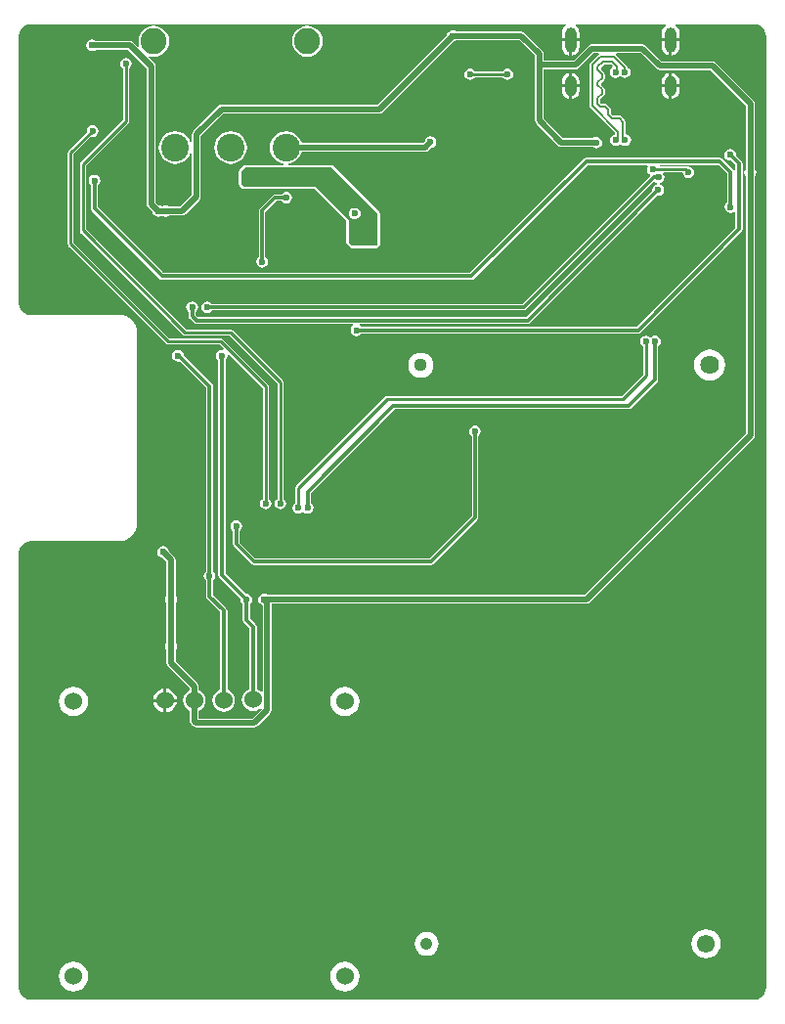
<source format=gbl>
G04*
G04 #@! TF.GenerationSoftware,Altium Limited,Altium Designer,22.0.2 (36)*
G04*
G04 Layer_Physical_Order=2*
G04 Layer_Color=16711680*
%FSLAX25Y25*%
%MOIN*%
G70*
G04*
G04 #@! TF.SameCoordinates,193994FF-6EAD-4761-9CDB-36F61985EFD9*
G04*
G04*
G04 #@! TF.FilePolarity,Positive*
G04*
G01*
G75*
%ADD10C,0.01000*%
%ADD11C,0.00984*%
%ADD12C,0.00787*%
%ADD54C,0.01378*%
%ADD83C,0.01181*%
%ADD84C,0.01968*%
%ADD86C,0.06402*%
%ADD87C,0.04402*%
%ADD88C,0.06000*%
%ADD89C,0.09449*%
%ADD90C,0.08858*%
%ADD91C,0.04134*%
%ADD92C,0.06102*%
%ADD93O,0.03937X0.08661*%
%ADD94O,0.03937X0.07087*%
%ADD95C,0.02362*%
%ADD96C,0.02756*%
G36*
X252360Y345852D02*
X253346Y345443D01*
X254194Y344793D01*
X254844Y343946D01*
X255253Y342959D01*
X255391Y341908D01*
X255390Y341900D01*
X255390Y17605D01*
X255391Y17597D01*
X255253Y16546D01*
X254844Y15559D01*
X254194Y14712D01*
X253346Y14062D01*
X252360Y13653D01*
X251308Y13514D01*
X251301Y13516D01*
X4605D01*
X4597Y13514D01*
X3546Y13653D01*
X2559Y14062D01*
X1712Y14712D01*
X1061Y15559D01*
X653Y16546D01*
X514Y17597D01*
X516Y17605D01*
X516Y165170D01*
X516Y165669D01*
X576Y166144D01*
X653Y166728D01*
X1061Y167715D01*
X1712Y168562D01*
X2559Y169212D01*
X3546Y169621D01*
X4597Y169760D01*
X4605Y169758D01*
X34961D01*
Y169747D01*
X36116Y169861D01*
X37227Y170198D01*
X38251Y170745D01*
X39148Y171482D01*
X39885Y172379D01*
X40432Y173403D01*
X40769Y174514D01*
X40883Y175669D01*
X40872D01*
Y240965D01*
X40883D01*
X40769Y242120D01*
X40432Y243231D01*
X39885Y244255D01*
X39148Y245152D01*
X38251Y245889D01*
X37227Y246436D01*
X36116Y246773D01*
X34961Y246887D01*
Y246876D01*
X4605D01*
X4597Y246874D01*
X3546Y247013D01*
X2559Y247421D01*
X1712Y248072D01*
X1061Y248919D01*
X653Y249906D01*
X514Y250957D01*
X516Y250965D01*
Y341400D01*
X516Y341900D01*
X576Y342375D01*
X653Y342959D01*
X1061Y343946D01*
X1712Y344793D01*
X2559Y345443D01*
X3546Y345852D01*
X4597Y345990D01*
X4605Y345989D01*
X186974D01*
X187124Y345489D01*
X186628Y345108D01*
X186152Y344488D01*
X185853Y343766D01*
X185751Y342991D01*
Y341129D01*
X188745D01*
X191739D01*
Y342991D01*
X191637Y343766D01*
X191338Y344488D01*
X190862Y345108D01*
X190366Y345489D01*
X190516Y345989D01*
X220990D01*
X221140Y345489D01*
X220644Y345108D01*
X220168Y344488D01*
X219869Y343766D01*
X219767Y342991D01*
Y341129D01*
X222761D01*
X225755D01*
Y342991D01*
X225653Y343766D01*
X225354Y344488D01*
X224878Y345108D01*
X224382Y345489D01*
X224532Y345989D01*
X251301D01*
X251308Y345990D01*
X252360Y345852D01*
D02*
G37*
%LPC*%
G36*
X46578Y345375D02*
X45216Y345196D01*
X43947Y344670D01*
X42857Y343834D01*
X42021Y342745D01*
X41495Y341476D01*
X41316Y340114D01*
X41495Y338752D01*
X41555Y338608D01*
X41131Y338325D01*
X39608Y339848D01*
X39117Y340177D01*
X38537Y340292D01*
X38537Y340292D01*
X26910D01*
X26400Y340633D01*
X25632Y340785D01*
X24864Y340633D01*
X24213Y340198D01*
X23778Y339546D01*
X23625Y338778D01*
X23778Y338010D01*
X24213Y337359D01*
X24864Y336924D01*
X25632Y336771D01*
X26400Y336924D01*
X26910Y337265D01*
X37911D01*
X44156Y331020D01*
Y284659D01*
X44156Y284659D01*
X44271Y284080D01*
X44599Y283589D01*
X46123Y282066D01*
X46242Y281464D01*
X46677Y280813D01*
X47328Y280378D01*
X48096Y280225D01*
X48865Y280378D01*
X49375Y280718D01*
X49387D01*
X49839Y280416D01*
X50607Y280263D01*
X51375Y280416D01*
X51827Y280718D01*
X56262D01*
X56262Y280718D01*
X56842Y280834D01*
X57333Y281162D01*
X62167Y285996D01*
X62167Y285996D01*
X62495Y286487D01*
X62610Y287066D01*
Y307812D01*
X70312Y315514D01*
X123539D01*
X123539Y315514D01*
X124118Y315629D01*
X124609Y315957D01*
X148621Y339969D01*
X149223Y340089D01*
X149733Y340430D01*
X171308D01*
X176538Y335200D01*
Y332050D01*
Y313091D01*
X176538Y313091D01*
X176653Y312511D01*
X176981Y312020D01*
X184481Y304520D01*
X184481Y304520D01*
X184972Y304192D01*
X185551Y304077D01*
X185551Y304077D01*
X196194D01*
X196705Y303736D01*
X197473Y303583D01*
X198241Y303736D01*
X198892Y304171D01*
X199327Y304822D01*
X199480Y305590D01*
X199327Y306359D01*
X198892Y307010D01*
X198241Y307445D01*
X197473Y307597D01*
X196705Y307445D01*
X196194Y307104D01*
X186178D01*
X179564Y313717D01*
Y330537D01*
X190318D01*
X190318Y330537D01*
X190897Y330652D01*
X191388Y330980D01*
X196493Y336085D01*
X198165D01*
X198317Y335585D01*
X198256Y335544D01*
X195468Y332757D01*
X195271Y332461D01*
X195201Y332113D01*
Y318060D01*
X195271Y317711D01*
X195468Y317415D01*
X203920Y308963D01*
Y308461D01*
X203382Y308354D01*
X202731Y307919D01*
X202296Y307268D01*
X202143Y306500D01*
X202296Y305732D01*
X202731Y305081D01*
X203382Y304646D01*
X204150Y304493D01*
X204919Y304646D01*
X205369Y304947D01*
X205725Y305040D01*
X206081Y304947D01*
X206532Y304646D01*
X207300Y304493D01*
X208068Y304646D01*
X208719Y305081D01*
X209154Y305732D01*
X209307Y306500D01*
X209154Y307268D01*
X208719Y307919D01*
X208068Y308354D01*
X207530Y308461D01*
Y312681D01*
X207461Y313030D01*
X207263Y313325D01*
X206044Y314544D01*
X205749Y314742D01*
X205400Y314811D01*
X203177D01*
X202511Y315477D01*
Y317000D01*
X202442Y317349D01*
X202244Y317644D01*
X201219Y318669D01*
X200924Y318867D01*
X200575Y318936D01*
X199052D01*
X198811Y319177D01*
Y320387D01*
X200098Y321673D01*
X200295Y321969D01*
X200364Y322317D01*
Y323700D01*
X200295Y324048D01*
X200098Y324344D01*
X199100Y325342D01*
Y326011D01*
X200098Y327009D01*
X200295Y327305D01*
X200364Y327653D01*
Y328947D01*
X200295Y329295D01*
X200098Y329591D01*
X199082Y330607D01*
Y331265D01*
X200018Y332201D01*
X202518D01*
X202993Y331726D01*
X202944Y331228D01*
X202631Y331019D01*
X202196Y330368D01*
X202043Y329600D01*
X202196Y328832D01*
X202631Y328181D01*
X203282Y327746D01*
X204050Y327593D01*
X204819Y327746D01*
X205269Y328047D01*
X205625Y328140D01*
X205981Y328047D01*
X206432Y327746D01*
X207200Y327593D01*
X207968Y327746D01*
X208619Y328181D01*
X209054Y328832D01*
X209207Y329600D01*
X209054Y330368D01*
X208619Y331019D01*
X208106Y331362D01*
X208042Y331684D01*
X207844Y331980D01*
X204280Y335544D01*
X204219Y335585D01*
X204370Y336085D01*
X212661D01*
X218024Y330721D01*
X218024Y330721D01*
X218515Y330393D01*
X219094Y330278D01*
X219094Y330278D01*
X236479D01*
X248464Y318294D01*
Y296682D01*
X248123Y296172D01*
X247970Y295404D01*
X248123Y294636D01*
X248464Y294125D01*
Y206411D01*
X193495Y151442D01*
X85438D01*
X84928Y151783D01*
X84159Y151936D01*
X83391Y151783D01*
X82740Y151348D01*
X82305Y150697D01*
X82152Y149929D01*
X82305Y149161D01*
X82740Y148510D01*
X83391Y148074D01*
X83698Y148013D01*
Y118460D01*
X83225Y118299D01*
X83141Y118408D01*
X82350Y119015D01*
X81652Y119304D01*
Y140650D01*
X81652Y140650D01*
X81560Y141114D01*
X81297Y141507D01*
X81297Y141507D01*
X79368Y143436D01*
Y148371D01*
X79575Y148510D01*
X80010Y149161D01*
X80163Y149929D01*
X80010Y150697D01*
X79575Y151348D01*
X78924Y151783D01*
X78156Y151936D01*
X77911Y151887D01*
X70996Y158803D01*
Y231415D01*
X71203Y231553D01*
X71638Y232204D01*
X71790Y232972D01*
X71728Y233285D01*
X72189Y233531D01*
X83762Y221958D01*
Y184294D01*
X83363Y184027D01*
X82928Y183376D01*
X82775Y182608D01*
X82928Y181840D01*
X83363Y181189D01*
X84014Y180754D01*
X84782Y180601D01*
X85550Y180754D01*
X86201Y181189D01*
X86636Y181840D01*
X86789Y182608D01*
X86636Y183376D01*
X86201Y184027D01*
X85802Y184294D01*
Y222380D01*
X85724Y222771D01*
X85503Y223101D01*
X70062Y238543D01*
X69731Y238764D01*
X69341Y238841D01*
X51901D01*
X19281Y271461D01*
Y301706D01*
X25190Y307615D01*
X25661Y307522D01*
X26429Y307675D01*
X27080Y308110D01*
X27515Y308761D01*
X27668Y309529D01*
X27515Y310297D01*
X27080Y310948D01*
X26429Y311383D01*
X25661Y311536D01*
X24893Y311383D01*
X24242Y310948D01*
X23807Y310297D01*
X23654Y309529D01*
X23748Y309057D01*
X17540Y302850D01*
X17319Y302519D01*
X17242Y302129D01*
Y271039D01*
X17319Y270649D01*
X17540Y270318D01*
X50757Y237101D01*
X51088Y236880D01*
X51478Y236802D01*
X68918D01*
X70342Y235378D01*
X70096Y234917D01*
X69784Y234980D01*
X69015Y234827D01*
X68364Y234392D01*
X67929Y233740D01*
X67776Y232972D01*
X67929Y232204D01*
X68364Y231553D01*
X68571Y231415D01*
Y158301D01*
X68664Y157837D01*
X68926Y157444D01*
X76197Y150173D01*
X76148Y149929D01*
X76301Y149161D01*
X76736Y148510D01*
X76943Y148371D01*
Y142934D01*
X77036Y142470D01*
X77298Y142077D01*
X79228Y140148D01*
Y119304D01*
X78530Y119015D01*
X77739Y118408D01*
X77132Y117617D01*
X76750Y116696D01*
X76620Y115707D01*
X76750Y114718D01*
X77132Y113797D01*
X77739Y113006D01*
X78530Y112399D01*
X79451Y112017D01*
X80440Y111887D01*
X81429Y112017D01*
X82350Y112399D01*
X82903Y112823D01*
X83458Y112630D01*
X83487Y112498D01*
X80279Y109289D01*
X61954D01*
Y112022D01*
X62350Y112186D01*
X63141Y112793D01*
X63749Y113584D01*
X64130Y114506D01*
X64260Y115495D01*
X64130Y116483D01*
X63749Y117404D01*
X63141Y118196D01*
X62350Y118803D01*
X61954Y118967D01*
Y120268D01*
X61954Y120268D01*
X61838Y120848D01*
X61510Y121339D01*
X61510Y121339D01*
X53974Y128875D01*
Y132679D01*
X54315Y133190D01*
X54468Y133958D01*
X54315Y134726D01*
X53974Y135236D01*
Y148624D01*
X54315Y149135D01*
X54468Y149903D01*
X54315Y150671D01*
X53974Y151181D01*
Y163414D01*
X53859Y163993D01*
X53531Y164484D01*
X53531Y164484D01*
X51756Y166260D01*
X51636Y166861D01*
X51201Y167513D01*
X50550Y167948D01*
X49782Y168100D01*
X49014Y167948D01*
X48363Y167513D01*
X47928Y166861D01*
X47775Y166093D01*
X47928Y165325D01*
X48363Y164674D01*
X49014Y164239D01*
X49616Y164119D01*
X50948Y162787D01*
Y151181D01*
X50607Y150671D01*
X50454Y149903D01*
X50607Y149135D01*
X50948Y148624D01*
Y135236D01*
X50607Y134726D01*
X50454Y133958D01*
X50607Y133190D01*
X50948Y132679D01*
Y128248D01*
X50948Y128248D01*
X51063Y127668D01*
X51391Y127178D01*
X58927Y119642D01*
Y118967D01*
X58530Y118803D01*
X57739Y118196D01*
X57132Y117404D01*
X56750Y116483D01*
X56620Y115495D01*
X56750Y114506D01*
X57132Y113584D01*
X57739Y112793D01*
X58530Y112186D01*
X58927Y112022D01*
Y108352D01*
X58927Y108352D01*
X59042Y107773D01*
X59370Y107282D01*
X59947Y106705D01*
X59947Y106705D01*
X60438Y106377D01*
X61017Y106262D01*
X80905D01*
X80905Y106262D01*
X81485Y106377D01*
X81976Y106705D01*
X86282Y111012D01*
X86282Y111012D01*
X86610Y111503D01*
X86725Y112082D01*
X86725Y112082D01*
Y148415D01*
X194122D01*
X194122Y148415D01*
X194701Y148531D01*
X195192Y148859D01*
X251047Y204714D01*
X251047Y204714D01*
X251375Y205205D01*
X251490Y205784D01*
X251490Y205784D01*
Y294125D01*
X251831Y294636D01*
X251984Y295404D01*
X251831Y296172D01*
X251490Y296682D01*
Y318921D01*
X251375Y319500D01*
X251047Y319991D01*
X251047Y319991D01*
X238176Y332861D01*
X237685Y333190D01*
X237106Y333305D01*
X237106Y333305D01*
X219721D01*
X214357Y338668D01*
X213866Y338997D01*
X213287Y339112D01*
X213287Y339112D01*
X195866D01*
X195287Y338997D01*
X194796Y338668D01*
X194796Y338668D01*
X189691Y333563D01*
X179564D01*
Y335827D01*
X179449Y336406D01*
X179121Y336897D01*
X179121Y336897D01*
X173005Y343014D01*
X172514Y343342D01*
X171934Y343457D01*
X171934Y343457D01*
X149733D01*
X149223Y343798D01*
X148455Y343951D01*
X147687Y343798D01*
X147036Y343363D01*
X146600Y342711D01*
X146481Y342110D01*
X122912Y318541D01*
X69685D01*
X69685Y318541D01*
X69106Y318426D01*
X68615Y318098D01*
X60026Y309509D01*
X59698Y309018D01*
X59583Y308439D01*
X59583Y308439D01*
Y305789D01*
X59083Y305689D01*
X58676Y306673D01*
X57792Y307824D01*
X56641Y308708D01*
X55300Y309263D01*
X53861Y309453D01*
X52422Y309263D01*
X51081Y308708D01*
X49930Y307824D01*
X49046Y306673D01*
X48491Y305332D01*
X48302Y303893D01*
X48491Y302454D01*
X49046Y301114D01*
X49930Y299962D01*
X51081Y299079D01*
X52422Y298523D01*
X53861Y298334D01*
X55300Y298523D01*
X56641Y299079D01*
X57792Y299962D01*
X58676Y301114D01*
X59083Y302098D01*
X59583Y301998D01*
Y287693D01*
X55636Y283745D01*
X51943D01*
X51375Y284125D01*
X50607Y284278D01*
X49839Y284125D01*
X49323Y283780D01*
X48865Y284086D01*
X48263Y284206D01*
X47183Y285286D01*
Y331646D01*
X47067Y332226D01*
X46739Y332717D01*
X46739Y332717D01*
X44789Y334667D01*
X45072Y335091D01*
X45216Y335032D01*
X46578Y334852D01*
X47939Y335032D01*
X49208Y335557D01*
X50298Y336393D01*
X51134Y337483D01*
X51660Y338752D01*
X51839Y340114D01*
X51660Y341476D01*
X51134Y342745D01*
X50298Y343834D01*
X49208Y344670D01*
X47939Y345196D01*
X46578Y345375D01*
D02*
G37*
G36*
X222261Y340129D02*
X219767D01*
Y338267D01*
X219869Y337492D01*
X220168Y336770D01*
X220644Y336149D01*
X221264Y335674D01*
X221986Y335374D01*
X222261Y335338D01*
Y340129D01*
D02*
G37*
G36*
X191739D02*
X189245D01*
Y335338D01*
X189520Y335374D01*
X190242Y335674D01*
X190862Y336149D01*
X191338Y336770D01*
X191637Y337492D01*
X191739Y338267D01*
Y340129D01*
D02*
G37*
G36*
X188245D02*
X185751D01*
Y338267D01*
X185853Y337492D01*
X186152Y336770D01*
X186628Y336149D01*
X187248Y335674D01*
X187970Y335374D01*
X188245Y335338D01*
Y340129D01*
D02*
G37*
G36*
X225755D02*
X223261D01*
Y335338D01*
X223536Y335374D01*
X224258Y335674D01*
X224878Y336149D01*
X225354Y336770D01*
X225653Y337492D01*
X225755Y338267D01*
Y340129D01*
D02*
G37*
G36*
X98940Y345375D02*
X97578Y345196D01*
X96309Y344670D01*
X95219Y343834D01*
X94383Y342745D01*
X93858Y341476D01*
X93678Y340114D01*
X93858Y338752D01*
X94383Y337483D01*
X95219Y336393D01*
X96309Y335557D01*
X97578Y335032D01*
X98940Y334852D01*
X100302Y335032D01*
X101571Y335557D01*
X102660Y336393D01*
X103496Y337483D01*
X104022Y338752D01*
X104201Y340114D01*
X104022Y341476D01*
X103496Y342745D01*
X102660Y343834D01*
X101571Y344670D01*
X100302Y345196D01*
X98940Y345375D01*
D02*
G37*
G36*
X167170Y330924D02*
X166402Y330771D01*
X165751Y330336D01*
X165484Y329937D01*
X156098D01*
X155832Y330336D01*
X155180Y330771D01*
X154412Y330924D01*
X153644Y330771D01*
X152993Y330336D01*
X152558Y329685D01*
X152405Y328917D01*
X152558Y328149D01*
X152993Y327498D01*
X153644Y327063D01*
X154412Y326910D01*
X155180Y327063D01*
X155832Y327498D01*
X156098Y327898D01*
X165484D01*
X165751Y327498D01*
X166402Y327063D01*
X167170Y326910D01*
X167938Y327063D01*
X168589Y327498D01*
X169024Y328149D01*
X169177Y328917D01*
X169024Y329685D01*
X168589Y330336D01*
X167938Y330771D01*
X167170Y330924D01*
D02*
G37*
G36*
X189245Y329384D02*
Y325381D01*
X191739D01*
Y326456D01*
X191637Y327231D01*
X191338Y327953D01*
X190862Y328573D01*
X190242Y329048D01*
X189520Y329348D01*
X189245Y329384D01*
D02*
G37*
G36*
X223261D02*
Y325381D01*
X225755D01*
Y326456D01*
X225653Y327231D01*
X225354Y327953D01*
X224878Y328573D01*
X224258Y329048D01*
X223536Y329348D01*
X223261Y329384D01*
D02*
G37*
G36*
X222261Y329384D02*
X221986Y329348D01*
X221264Y329048D01*
X220644Y328573D01*
X220168Y327953D01*
X219869Y327231D01*
X219767Y326456D01*
Y325381D01*
X222261D01*
Y329384D01*
D02*
G37*
G36*
X188245D02*
X187970Y329348D01*
X187248Y329048D01*
X186627Y328573D01*
X186152Y327953D01*
X185853Y327231D01*
X185750Y326456D01*
Y325381D01*
X188245D01*
Y329384D01*
D02*
G37*
G36*
X222261Y324381D02*
X219767D01*
Y323306D01*
X219869Y322531D01*
X220168Y321809D01*
X220644Y321189D01*
X221264Y320713D01*
X221986Y320414D01*
X222261Y320378D01*
Y324381D01*
D02*
G37*
G36*
X188245D02*
X185750D01*
Y323306D01*
X185853Y322531D01*
X186152Y321809D01*
X186627Y321189D01*
X187248Y320713D01*
X187970Y320414D01*
X188245Y320378D01*
Y324381D01*
D02*
G37*
G36*
X225755D02*
X223261D01*
Y320378D01*
X223536Y320414D01*
X224258Y320713D01*
X224878Y321189D01*
X225354Y321809D01*
X225653Y322531D01*
X225755Y323306D01*
Y324381D01*
D02*
G37*
G36*
X191739D02*
X189245D01*
Y320378D01*
X189520Y320414D01*
X190242Y320713D01*
X190862Y321189D01*
X191338Y321809D01*
X191637Y322531D01*
X191739Y323306D01*
Y324381D01*
D02*
G37*
G36*
X91656Y309453D02*
X90218Y309263D01*
X88877Y308708D01*
X87725Y307824D01*
X86842Y306673D01*
X86286Y305332D01*
X86097Y303893D01*
X86286Y302454D01*
X86842Y301114D01*
X87725Y299962D01*
X88877Y299079D01*
X90218Y298523D01*
X90786Y298448D01*
X90754Y297949D01*
X77658D01*
X77658Y297949D01*
X77350Y297887D01*
X77090Y297713D01*
X77090Y297713D01*
X75829Y296452D01*
X75829Y296452D01*
X75655Y296192D01*
X75594Y295885D01*
X75594Y291547D01*
X75594Y291547D01*
X75655Y291239D01*
X75829Y290979D01*
X75829Y290979D01*
X76855Y289953D01*
X76855Y289953D01*
X77115Y289779D01*
X77422Y289718D01*
X101470D01*
X112290Y278898D01*
Y271553D01*
X112351Y271246D01*
X112525Y270985D01*
X113704Y269806D01*
X113964Y269632D01*
X114272Y269571D01*
X122343D01*
X122343Y269571D01*
X122650Y269632D01*
X122910Y269806D01*
X122910Y269806D01*
X123478Y270374D01*
X123652Y270635D01*
X123713Y270942D01*
Y281322D01*
X123652Y281629D01*
X123478Y281890D01*
X123478Y281890D01*
X107654Y297713D01*
X107394Y297887D01*
X107087Y297949D01*
X92559D01*
X92526Y298448D01*
X93095Y298523D01*
X94436Y299079D01*
X95587Y299962D01*
X96471Y301114D01*
X96996Y302380D01*
X139146D01*
X139146Y302380D01*
X139725Y302495D01*
X140216Y302823D01*
X141123Y303730D01*
X141725Y303850D01*
X142376Y304285D01*
X142811Y304936D01*
X142964Y305704D01*
X142811Y306472D01*
X142376Y307123D01*
X141725Y307558D01*
X140957Y307711D01*
X140189Y307558D01*
X139537Y307123D01*
X139102Y306472D01*
X138982Y305870D01*
X138519Y305407D01*
X96996D01*
X96471Y306673D01*
X95587Y307824D01*
X94436Y308708D01*
X93095Y309263D01*
X91656Y309453D01*
D02*
G37*
G36*
X72759D02*
X71320Y309263D01*
X69979Y308708D01*
X68828Y307824D01*
X67944Y306673D01*
X67389Y305332D01*
X67199Y303893D01*
X67389Y302454D01*
X67944Y301114D01*
X68828Y299962D01*
X69979Y299079D01*
X71320Y298523D01*
X72759Y298334D01*
X74198Y298523D01*
X75538Y299079D01*
X76690Y299962D01*
X77573Y301114D01*
X78129Y302454D01*
X78318Y303893D01*
X78129Y305332D01*
X77573Y306673D01*
X76690Y307824D01*
X75538Y308708D01*
X74198Y309263D01*
X72759Y309453D01*
D02*
G37*
G36*
X243144Y303415D02*
X242376Y303262D01*
X241725Y302827D01*
X241290Y302176D01*
X241138Y301408D01*
X241290Y300639D01*
X241725Y299988D01*
X242376Y299553D01*
X243144Y299400D01*
X243389Y299449D01*
X244949Y297888D01*
Y295685D01*
X244449Y295636D01*
X244372Y296026D01*
X244109Y296419D01*
X240458Y300070D01*
X240065Y300333D01*
X239601Y300425D01*
X193996D01*
X193532Y300333D01*
X193139Y300070D01*
X154419Y261350D01*
X49912D01*
X27544Y283717D01*
Y291121D01*
X27751Y291259D01*
X28186Y291910D01*
X28339Y292678D01*
X28186Y293446D01*
X27751Y294098D01*
X27100Y294533D01*
X26332Y294685D01*
X25564Y294533D01*
X24913Y294098D01*
X24478Y293446D01*
X24325Y292678D01*
X24478Y291910D01*
X24913Y291259D01*
X25120Y291121D01*
Y283215D01*
X25212Y282751D01*
X25475Y282358D01*
X48552Y259281D01*
X48946Y259018D01*
X49409Y258926D01*
X49409Y258926D01*
X154921D01*
X155385Y259018D01*
X155779Y259281D01*
X194498Y298000D01*
X214808D01*
X215076Y297500D01*
X214873Y297197D01*
X214720Y296429D01*
X214873Y295661D01*
X215308Y295010D01*
X215716Y294737D01*
X215815Y294146D01*
X215806Y294121D01*
X172305Y250620D01*
X66388D01*
X66183Y250927D01*
X65532Y251362D01*
X64764Y251515D01*
X63996Y251362D01*
X63345Y250927D01*
X62910Y250276D01*
X62757Y249508D01*
X62910Y248740D01*
X63345Y248089D01*
X63996Y247654D01*
X64764Y247501D01*
X65532Y247654D01*
X66183Y248089D01*
X66388Y248396D01*
X172766D01*
X172766Y248396D01*
X173191Y248481D01*
X173552Y248722D01*
X217151Y292320D01*
X217262Y292309D01*
X217913Y291875D01*
X218058Y291846D01*
Y291336D01*
X217793Y291283D01*
X217142Y290848D01*
X216707Y290197D01*
X216554Y289429D01*
X216626Y289066D01*
X173607Y246047D01*
X61628D01*
X60758Y246917D01*
Y247883D01*
X61065Y248089D01*
X61500Y248740D01*
X61653Y249508D01*
X61500Y250276D01*
X61065Y250927D01*
X60414Y251362D01*
X59646Y251515D01*
X58878Y251362D01*
X58227Y250927D01*
X57791Y250276D01*
X57639Y249508D01*
X57791Y248740D01*
X58227Y248089D01*
X58534Y247883D01*
Y246457D01*
X58534Y246457D01*
X58618Y246031D01*
X58859Y245670D01*
X60381Y244149D01*
X60381Y244149D01*
X60742Y243908D01*
X61167Y243823D01*
X61167Y243824D01*
X114427D01*
X114579Y243323D01*
X114268Y243116D01*
X113833Y242465D01*
X113680Y241697D01*
X113833Y240929D01*
X114268Y240277D01*
X114919Y239842D01*
X115687Y239690D01*
X116455Y239842D01*
X117107Y240277D01*
X117245Y240484D01*
X211677D01*
X212141Y240577D01*
X212534Y240839D01*
X247019Y275324D01*
X247281Y275717D01*
X247374Y276181D01*
X247374Y276181D01*
Y298391D01*
X247281Y298854D01*
X247019Y299248D01*
X245103Y301163D01*
X245152Y301408D01*
X244999Y302176D01*
X244564Y302827D01*
X243913Y303262D01*
X243144Y303415D01*
D02*
G37*
G36*
X91764Y288876D02*
X90996Y288723D01*
X90345Y288288D01*
X90140Y287981D01*
X87926D01*
X87926Y287981D01*
X87500Y287896D01*
X87139Y287655D01*
X82710Y283226D01*
X82469Y282865D01*
X82385Y282440D01*
X82385Y282440D01*
Y266594D01*
X82077Y266388D01*
X81642Y265737D01*
X81489Y264969D01*
X81642Y264201D01*
X82077Y263550D01*
X82728Y263115D01*
X83496Y262962D01*
X84265Y263115D01*
X84916Y263550D01*
X85351Y264201D01*
X85504Y264969D01*
X85351Y265737D01*
X84916Y266388D01*
X84608Y266594D01*
Y281979D01*
X88386Y285757D01*
X90140D01*
X90345Y285450D01*
X90996Y285015D01*
X91764Y284862D01*
X92532Y285015D01*
X93183Y285450D01*
X93619Y286101D01*
X93771Y286869D01*
X93619Y287637D01*
X93183Y288288D01*
X92532Y288723D01*
X91764Y288876D01*
D02*
G37*
G36*
X217500Y239907D02*
X216732Y239754D01*
X216081Y239319D01*
X216038Y239255D01*
X215770D01*
X215119Y239690D01*
X214351Y239843D01*
X213583Y239690D01*
X212932Y239255D01*
X212497Y238604D01*
X212344Y237836D01*
X212497Y237068D01*
X212932Y236416D01*
X213332Y236149D01*
Y226473D01*
X205978Y219120D01*
X125994D01*
X125603Y219042D01*
X125273Y218821D01*
X95129Y188678D01*
X94908Y188347D01*
X94831Y187957D01*
Y182786D01*
X94431Y182519D01*
X93996Y181868D01*
X93843Y181100D01*
X93996Y180332D01*
X94431Y179681D01*
X95082Y179246D01*
X95850Y179093D01*
X96618Y179246D01*
X97069Y179547D01*
X97425Y179640D01*
X97781Y179547D01*
X98232Y179246D01*
X99000Y179093D01*
X99768Y179246D01*
X100419Y179681D01*
X100854Y180332D01*
X101007Y181100D01*
X100854Y181868D01*
X100419Y182519D01*
X100112Y182724D01*
Y186193D01*
X128681Y214761D01*
X208627D01*
X208627Y214761D01*
X209052Y214846D01*
X209413Y215087D01*
X218286Y223960D01*
X218286Y223960D01*
X218527Y224321D01*
X218612Y224747D01*
X218612Y224747D01*
Y236276D01*
X218919Y236481D01*
X219354Y237132D01*
X219507Y237900D01*
X219354Y238668D01*
X218919Y239319D01*
X218268Y239754D01*
X217500Y239907D01*
D02*
G37*
G36*
X137636Y234028D02*
X136526Y233882D01*
X135493Y233454D01*
X134605Y232773D01*
X133923Y231885D01*
X133495Y230851D01*
X133349Y229742D01*
X133495Y228632D01*
X133923Y227598D01*
X134605Y226711D01*
X135493Y226029D01*
X136526Y225601D01*
X137636Y225455D01*
X138745Y225601D01*
X139779Y226029D01*
X140667Y226711D01*
X141348Y227598D01*
X141777Y228632D01*
X141922Y229742D01*
X141777Y230851D01*
X141348Y231885D01*
X140667Y232773D01*
X139779Y233454D01*
X138745Y233882D01*
X137636Y234028D01*
D02*
G37*
G36*
X236061Y235037D02*
X234690Y234857D01*
X233413Y234328D01*
X232317Y233486D01*
X231475Y232390D01*
X230946Y231112D01*
X230766Y229742D01*
X230946Y228371D01*
X231475Y227094D01*
X232317Y225998D01*
X233413Y225156D01*
X234690Y224627D01*
X236061Y224447D01*
X237432Y224627D01*
X238709Y225156D01*
X239805Y225998D01*
X240647Y227094D01*
X241176Y228371D01*
X241356Y229742D01*
X241176Y231112D01*
X240647Y232390D01*
X239805Y233486D01*
X238709Y234328D01*
X237432Y234857D01*
X236061Y235037D01*
D02*
G37*
G36*
X37061Y334486D02*
X36293Y334333D01*
X35642Y333898D01*
X35207Y333247D01*
X35054Y332479D01*
X35207Y331711D01*
X35642Y331060D01*
X36042Y330793D01*
Y313271D01*
X21622Y298851D01*
X21400Y298520D01*
X21323Y298130D01*
Y275707D01*
X21400Y275317D01*
X21622Y274986D01*
X56575Y240033D01*
X56906Y239812D01*
X57296Y239734D01*
X72505D01*
X88728Y223511D01*
Y184294D01*
X88328Y184027D01*
X87893Y183376D01*
X87740Y182608D01*
X87893Y181840D01*
X88328Y181189D01*
X88979Y180754D01*
X89747Y180601D01*
X90516Y180754D01*
X91167Y181189D01*
X91602Y181840D01*
X91755Y182608D01*
X91602Y183376D01*
X91167Y184027D01*
X90767Y184294D01*
Y223934D01*
X90689Y224324D01*
X90468Y224655D01*
X73648Y241475D01*
X73317Y241696D01*
X72927Y241773D01*
X57718D01*
X23362Y276130D01*
Y297708D01*
X37782Y312127D01*
X38003Y312458D01*
X38081Y312848D01*
Y330793D01*
X38480Y331060D01*
X38915Y331711D01*
X39068Y332479D01*
X38915Y333247D01*
X38480Y333898D01*
X37829Y334333D01*
X37061Y334486D01*
D02*
G37*
G36*
X156100Y209207D02*
X155332Y209054D01*
X154681Y208619D01*
X154246Y207968D01*
X154093Y207200D01*
X154246Y206432D01*
X154681Y205781D01*
X154988Y205575D01*
Y178261D01*
X140639Y163912D01*
X81261D01*
X75812Y169361D01*
Y173275D01*
X76119Y173481D01*
X76554Y174132D01*
X76707Y174900D01*
X76554Y175668D01*
X76119Y176319D01*
X75468Y176754D01*
X74700Y176907D01*
X73932Y176754D01*
X73281Y176319D01*
X72846Y175668D01*
X72693Y174900D01*
X72846Y174132D01*
X73281Y173481D01*
X73588Y173275D01*
Y168900D01*
X73588Y168900D01*
X73673Y168474D01*
X73914Y168114D01*
X80014Y162014D01*
X80014Y162014D01*
X80374Y161773D01*
X80800Y161688D01*
X141100D01*
X141100Y161688D01*
X141525Y161773D01*
X141886Y162014D01*
X156886Y177014D01*
X156886Y177014D01*
X157127Y177374D01*
X157212Y177800D01*
Y205575D01*
X157519Y205781D01*
X157954Y206432D01*
X158107Y207200D01*
X157954Y207968D01*
X157519Y208619D01*
X156868Y209054D01*
X156100Y209207D01*
D02*
G37*
G36*
X50940Y119463D02*
Y115995D01*
X54409D01*
X54337Y116539D01*
X53934Y117512D01*
X53293Y118347D01*
X52457Y118989D01*
X51484Y119392D01*
X50940Y119463D01*
D02*
G37*
G36*
X49940D02*
X49396Y119392D01*
X48423Y118989D01*
X47587Y118347D01*
X46946Y117512D01*
X46543Y116539D01*
X46472Y115995D01*
X49940D01*
Y119463D01*
D02*
G37*
G36*
X54823Y234980D02*
X54055Y234827D01*
X53404Y234392D01*
X52969Y233740D01*
X52816Y232972D01*
X52969Y232204D01*
X53404Y231553D01*
X54055Y231118D01*
X54823Y230965D01*
X55313Y231063D01*
X64349Y222027D01*
Y159488D01*
X64142Y159350D01*
X63707Y158698D01*
X63554Y157930D01*
X63707Y157162D01*
X64142Y156511D01*
X64349Y156373D01*
Y150981D01*
X64441Y150518D01*
X64704Y150124D01*
X69228Y145600D01*
Y119092D01*
X68530Y118803D01*
X67739Y118196D01*
X67132Y117404D01*
X66750Y116483D01*
X66620Y115495D01*
X66750Y114506D01*
X67132Y113584D01*
X67739Y112793D01*
X68530Y112186D01*
X69451Y111805D01*
X70440Y111674D01*
X71429Y111805D01*
X72350Y112186D01*
X73141Y112793D01*
X73748Y113584D01*
X74130Y114506D01*
X74260Y115495D01*
X74130Y116483D01*
X73748Y117404D01*
X73141Y118196D01*
X72350Y118803D01*
X71652Y119092D01*
Y146102D01*
X71652Y146102D01*
X71560Y146566D01*
X71297Y146960D01*
X71297Y146960D01*
X66773Y151484D01*
Y156373D01*
X66980Y156511D01*
X67415Y157162D01*
X67568Y157930D01*
X67415Y158698D01*
X66980Y159350D01*
X66773Y159488D01*
Y222530D01*
X66681Y222993D01*
X66418Y223387D01*
X66418Y223387D01*
X56829Y232976D01*
X56677Y233740D01*
X56242Y234392D01*
X55591Y234827D01*
X54823Y234980D01*
D02*
G37*
G36*
X54409Y114995D02*
X50940D01*
Y111526D01*
X51484Y111597D01*
X52457Y112001D01*
X53293Y112642D01*
X53934Y113477D01*
X54337Y114450D01*
X54409Y114995D01*
D02*
G37*
G36*
X49940D02*
X46472D01*
X46543Y114450D01*
X46946Y113477D01*
X47587Y112642D01*
X48423Y112001D01*
X49396Y111597D01*
X49940Y111526D01*
Y114995D01*
D02*
G37*
G36*
X111700Y120144D02*
X110395Y119972D01*
X109178Y119468D01*
X108134Y118667D01*
X107333Y117622D01*
X106829Y116406D01*
X106657Y115101D01*
X106829Y113795D01*
X107333Y112579D01*
X108134Y111535D01*
X109178Y110733D01*
X110395Y110230D01*
X111700Y110058D01*
X113005Y110230D01*
X114222Y110733D01*
X115266Y111535D01*
X116068Y112579D01*
X116571Y113795D01*
X116743Y115101D01*
X116571Y116406D01*
X116068Y117622D01*
X115266Y118667D01*
X114222Y119468D01*
X113005Y119972D01*
X111700Y120144D01*
D02*
G37*
G36*
X19180D02*
X17875Y119972D01*
X16659Y119468D01*
X15614Y118667D01*
X14813Y117622D01*
X14309Y116406D01*
X14137Y115101D01*
X14309Y113795D01*
X14813Y112579D01*
X15614Y111535D01*
X16659Y110733D01*
X17875Y110230D01*
X19180Y110058D01*
X20486Y110230D01*
X21702Y110733D01*
X22746Y111535D01*
X23548Y112579D01*
X24052Y113795D01*
X24224Y115101D01*
X24052Y116406D01*
X23548Y117622D01*
X22746Y118667D01*
X21702Y119468D01*
X20486Y119972D01*
X19180Y120144D01*
D02*
G37*
G36*
X139627Y36626D02*
X138570Y36487D01*
X137585Y36079D01*
X136739Y35430D01*
X136090Y34584D01*
X135681Y33598D01*
X135542Y32541D01*
X135681Y31484D01*
X136090Y30499D01*
X136739Y29653D01*
X137585Y29004D01*
X138570Y28595D01*
X139627Y28456D01*
X140684Y28595D01*
X141670Y29004D01*
X142516Y29653D01*
X143165Y30499D01*
X143573Y31484D01*
X143712Y32541D01*
X143573Y33598D01*
X143165Y34584D01*
X142516Y35430D01*
X141670Y36079D01*
X140684Y36487D01*
X139627Y36626D01*
D02*
G37*
G36*
X234927Y37534D02*
X233635Y37364D01*
X232431Y36865D01*
X231397Y36072D01*
X230603Y35037D01*
X230105Y33833D01*
X229935Y32541D01*
X230105Y31249D01*
X230603Y30045D01*
X231397Y29011D01*
X232431Y28217D01*
X233635Y27718D01*
X234927Y27548D01*
X236219Y27718D01*
X237424Y28217D01*
X238458Y29011D01*
X239251Y30045D01*
X239750Y31249D01*
X239920Y32541D01*
X239750Y33833D01*
X239251Y35037D01*
X238458Y36072D01*
X237424Y36865D01*
X236219Y37364D01*
X234927Y37534D01*
D02*
G37*
G36*
X111700Y26443D02*
X110395Y26271D01*
X109178Y25767D01*
X108134Y24966D01*
X107333Y23922D01*
X106829Y22705D01*
X106657Y21400D01*
X106829Y20095D01*
X107333Y18878D01*
X108134Y17834D01*
X109178Y17032D01*
X110395Y16529D01*
X111700Y16357D01*
X113005Y16529D01*
X114222Y17032D01*
X115266Y17834D01*
X116068Y18878D01*
X116571Y20095D01*
X116743Y21400D01*
X116571Y22705D01*
X116068Y23922D01*
X115266Y24966D01*
X114222Y25767D01*
X113005Y26271D01*
X111700Y26443D01*
D02*
G37*
G36*
X19180D02*
X17875Y26271D01*
X16659Y25767D01*
X15614Y24966D01*
X14813Y23922D01*
X14309Y22705D01*
X14137Y21400D01*
X14309Y20095D01*
X14813Y18878D01*
X15614Y17834D01*
X16659Y17032D01*
X17875Y16529D01*
X19180Y16357D01*
X20486Y16529D01*
X21702Y17032D01*
X22746Y17834D01*
X23548Y18878D01*
X24052Y20095D01*
X24224Y21400D01*
X24052Y22705D01*
X23548Y23922D01*
X22746Y24966D01*
X21702Y25767D01*
X20486Y26271D01*
X19180Y26443D01*
D02*
G37*
%LPD*%
G36*
X122910Y281322D02*
Y270942D01*
X122343Y270374D01*
X114272D01*
X113093Y271553D01*
Y279230D01*
X101802Y290521D01*
X77422D01*
X76396Y291547D01*
X76396Y295885D01*
X77658Y297146D01*
X107087D01*
X122910Y281322D01*
D02*
G37*
%LPC*%
G36*
X115453Y283360D02*
X114670D01*
X113946Y283061D01*
X113392Y282507D01*
X113093Y281783D01*
Y281000D01*
X113392Y280277D01*
X113946Y279723D01*
X114670Y279423D01*
X115453D01*
X116176Y279723D01*
X116730Y280277D01*
X117030Y281000D01*
Y281783D01*
X116730Y282507D01*
X116176Y283061D01*
X115453Y283360D01*
D02*
G37*
%LPD*%
G36*
X242039Y295060D02*
Y285233D01*
X241832Y285095D01*
X241397Y284444D01*
X241245Y283676D01*
X241397Y282908D01*
X241832Y282257D01*
X242484Y281822D01*
X243252Y281669D01*
X244020Y281822D01*
X244449Y282109D01*
X244949Y281842D01*
Y276683D01*
X211175Y242909D01*
X117245D01*
X117107Y243116D01*
X116796Y243323D01*
X116948Y243824D01*
X174068D01*
X174068Y243823D01*
X174493Y243908D01*
X174854Y244149D01*
X218199Y287494D01*
X218561Y287422D01*
X219329Y287575D01*
X219980Y288010D01*
X220415Y288661D01*
X220568Y289429D01*
X220415Y290197D01*
X219980Y290848D01*
X219329Y291283D01*
X219184Y291312D01*
Y291822D01*
X219449Y291875D01*
X220100Y292310D01*
X220535Y292961D01*
X220688Y293729D01*
X220535Y294497D01*
X220255Y294917D01*
X220522Y295417D01*
X226867D01*
X227007Y294713D01*
X227442Y294062D01*
X228093Y293627D01*
X228861Y293475D01*
X229629Y293627D01*
X230280Y294062D01*
X230715Y294713D01*
X230868Y295481D01*
X230715Y296250D01*
X230280Y296901D01*
X229629Y297336D01*
X228861Y297489D01*
X228266Y297370D01*
X227914Y297440D01*
X218914D01*
X218878Y297500D01*
X219161Y298000D01*
X239099D01*
X242039Y295060D01*
D02*
G37*
D10*
X37061Y312848D02*
Y332479D01*
X22343Y275707D02*
X57296Y240754D01*
X22343Y298130D02*
X37061Y312848D01*
X22343Y275707D02*
Y298130D01*
X18261Y302129D02*
X25661Y309529D01*
X18261Y271039D02*
Y302129D01*
Y271039D02*
X51478Y237822D01*
X154412Y328917D02*
X167170D01*
X57296Y240754D02*
X72927D01*
X89747Y223934D01*
X51478Y237822D02*
X69341D01*
X84782Y222380D01*
Y182608D02*
Y222380D01*
X89747Y182457D02*
Y223934D01*
X95850Y181100D02*
Y187957D01*
X125994Y218100D01*
X206400D01*
X214351Y226051D01*
Y237836D01*
D11*
X216727Y296429D02*
X227914D01*
X228861Y295481D01*
D12*
X204832Y307518D02*
Y309341D01*
X196113Y318060D02*
X204832Y309341D01*
X197900Y318800D02*
Y320764D01*
Y325253D02*
Y326100D01*
X199640Y333113D02*
X202895D01*
X201600Y315100D02*
X202800Y313900D01*
X197900Y326100D02*
X199453Y327653D01*
X197900Y331372D02*
X199640Y333113D01*
X207300Y306500D02*
Y306837D01*
X200575Y318025D02*
X201600Y317000D01*
X197900Y330500D02*
X199453Y328947D01*
X204050Y329600D02*
X204312Y329861D01*
X198675Y318025D02*
X200575D01*
X202895Y333113D02*
X204312Y331696D01*
Y329861D02*
Y331696D01*
X206619Y307518D02*
X207300Y306837D01*
X199453Y322317D02*
Y323700D01*
Y327653D02*
Y328947D01*
X206619Y307518D02*
Y312681D01*
X201600Y315100D02*
Y317000D01*
X197900Y318800D02*
X198675Y318025D01*
X197900Y330500D02*
Y331372D01*
X205400Y313900D02*
X206619Y312681D01*
X197900Y325253D02*
X199453Y323700D01*
X202800Y313900D02*
X205400D01*
X197900Y320764D02*
X199453Y322317D01*
X196113Y332113D02*
X198900Y334900D01*
X204150Y306500D02*
Y306837D01*
X198900Y334900D02*
X203635D01*
X196113Y318060D02*
Y332113D01*
X203635Y334900D02*
X207200Y331335D01*
X204150Y306837D02*
X204832Y307518D01*
X207200Y329600D02*
Y331335D01*
D54*
X246161Y276181D02*
Y298391D01*
X243144Y301408D02*
X246161Y298391D01*
X211677Y241697D02*
X246161Y276181D01*
X115687Y241697D02*
X211677D01*
X26332Y283215D02*
X49409Y260138D01*
X26332Y283215D02*
Y292678D01*
X49409Y260138D02*
X154921D01*
X193996Y299213D02*
X239601D01*
X154921Y260138D02*
X193996Y299213D01*
X239601D02*
X243252Y295562D01*
Y283676D02*
Y295562D01*
X78156Y142934D02*
Y149929D01*
X69784Y158301D02*
Y232972D01*
Y158301D02*
X78156Y149929D01*
Y142934D02*
X80440Y140650D01*
X65561Y157982D02*
Y222530D01*
X54823Y232972D02*
X54921Y232874D01*
X55216D02*
X65561Y222530D01*
X54921Y232874D02*
X55216D01*
X65561Y150981D02*
Y157982D01*
X70440Y115495D02*
Y146102D01*
X80440Y115707D02*
Y140650D01*
X65561Y150981D02*
X70440Y146102D01*
D83*
X172766Y249508D02*
X216987Y293729D01*
X218681D01*
X64764Y249508D02*
X172766D01*
X174068Y244935D02*
X218561Y289429D01*
X61167Y244935D02*
X174068D01*
X59646Y246457D02*
X61167Y244935D01*
X83496Y264969D02*
Y282440D01*
X59646Y246457D02*
Y249508D01*
X99000Y181100D02*
Y186653D01*
X128220Y215873D01*
X208627D01*
X217500Y224747D01*
Y237900D01*
X87926Y286869D02*
X91764D01*
X83496Y282440D02*
X87926Y286869D01*
X156100Y177800D02*
Y207200D01*
X141100Y162800D02*
X156100Y177800D01*
X80800Y162800D02*
X141100D01*
X74700Y168900D02*
X80800Y162800D01*
X74700Y168900D02*
Y174900D01*
D84*
X139146Y303893D02*
X140957Y305704D01*
X91656Y303893D02*
X139146D01*
X50568Y282232D02*
X50607Y282271D01*
X50646Y282232D01*
X56262D01*
X48096D02*
X50568D01*
X56262D02*
X61097Y287066D01*
X45669Y284659D02*
X48096Y282232D01*
X84159Y149929D02*
X85212Y148876D01*
Y112082D02*
Y148876D01*
X60440Y108352D02*
Y115495D01*
Y120268D01*
X61017Y107776D02*
X80905D01*
X85212Y112082D01*
X60440Y108352D02*
X61017Y107776D01*
X52461Y128248D02*
Y133958D01*
Y128248D02*
X60440Y120268D01*
X49782Y166093D02*
X52461Y163414D01*
Y149903D02*
Y163414D01*
Y133958D02*
Y149903D01*
X84159Y149929D02*
X194122D01*
X249977Y205784D01*
Y295404D01*
X185551Y305590D02*
X197473D01*
X178051Y313091D02*
Y332050D01*
Y313091D02*
X185551Y305590D01*
X249977Y295404D02*
Y318921D01*
X178051Y332050D02*
Y335827D01*
X237106Y331791D02*
X249977Y318921D01*
X219094Y331791D02*
X237106D01*
X213287Y337598D02*
X219094Y331791D01*
X190318Y332050D02*
X195866Y337598D01*
X213287D01*
X178051Y332050D02*
X190318D01*
X171934Y341943D02*
X178051Y335827D01*
X148455Y341943D02*
X171934D01*
X123539Y317028D02*
X148455Y341943D01*
X69685Y317028D02*
X123539D01*
X61097Y308439D02*
X69685Y317028D01*
X61097Y287066D02*
Y308439D01*
X45669Y284659D02*
Y331646D01*
X38537Y338778D02*
X45669Y331646D01*
X25632Y338778D02*
X38537D01*
D86*
X236061Y229742D02*
D03*
D87*
X137636Y229742D02*
D03*
D88*
X111700Y21400D02*
D03*
X19180D02*
D03*
X111700Y115101D02*
D03*
X19180D02*
D03*
X80440Y115707D02*
D03*
X70440Y115495D02*
D03*
X60440D02*
D03*
X50440D02*
D03*
D89*
X53861Y303893D02*
D03*
X72759D02*
D03*
X91656D02*
D03*
D90*
X46578Y340114D02*
D03*
X98940D02*
D03*
D91*
X139617Y32539D02*
D03*
D92*
X234893D02*
D03*
D93*
X188745Y340629D02*
D03*
X222761D02*
D03*
D94*
X222761Y324881D02*
D03*
X188745D02*
D03*
D95*
X112500Y298031D02*
D03*
X115061Y281392D02*
D03*
X209055Y289764D02*
D03*
Y292815D02*
D03*
X205512Y289764D02*
D03*
Y292815D02*
D03*
X202165Y289764D02*
D03*
Y292815D02*
D03*
X209055Y295669D02*
D03*
X205512D02*
D03*
X202165D02*
D03*
X252476Y326457D02*
D03*
X242634Y306772D02*
D03*
Y267402D02*
D03*
Y228031D02*
D03*
Y188661D02*
D03*
X252476Y168976D02*
D03*
X242634Y149291D02*
D03*
X252476Y129606D02*
D03*
X242634Y109921D02*
D03*
X252476Y90236D02*
D03*
X242634Y70551D02*
D03*
X252476Y50866D02*
D03*
X242634Y31181D02*
D03*
X232791Y326457D02*
D03*
X222949Y267402D02*
D03*
Y228031D02*
D03*
Y188661D02*
D03*
X232791Y168976D02*
D03*
X222949Y149291D02*
D03*
X232791Y129606D02*
D03*
X222949Y109921D02*
D03*
X232791Y90236D02*
D03*
X222949Y70551D02*
D03*
Y31181D02*
D03*
X203264Y267402D02*
D03*
Y228031D02*
D03*
Y188661D02*
D03*
Y149291D02*
D03*
X213106Y129606D02*
D03*
X203264Y109921D02*
D03*
X213106Y90236D02*
D03*
X203264Y70551D02*
D03*
X213106Y50866D02*
D03*
X203264Y31181D02*
D03*
X193421Y287087D02*
D03*
X183579Y267402D02*
D03*
Y188661D02*
D03*
X193421Y168976D02*
D03*
Y129606D02*
D03*
X183579Y109921D02*
D03*
X193421Y90236D02*
D03*
X183579Y70551D02*
D03*
X193421Y50866D02*
D03*
X183579Y31181D02*
D03*
X163894Y306772D02*
D03*
X173736Y287087D02*
D03*
X163894Y188661D02*
D03*
X173736Y168976D02*
D03*
Y129606D02*
D03*
X163894Y109921D02*
D03*
X173736Y90236D02*
D03*
X163894Y70551D02*
D03*
X173736Y50866D02*
D03*
X163894Y31181D02*
D03*
X144209Y188661D02*
D03*
X154051Y168976D02*
D03*
Y129606D02*
D03*
X144209Y109921D02*
D03*
X154051Y90236D02*
D03*
X144209Y70551D02*
D03*
X154051Y50866D02*
D03*
X124524Y228031D02*
D03*
X134366Y208347D02*
D03*
X124524Y188661D02*
D03*
X134366Y168976D02*
D03*
Y129606D02*
D03*
X124524Y109921D02*
D03*
X134366Y90236D02*
D03*
X124524Y70551D02*
D03*
Y31181D02*
D03*
X104839Y228031D02*
D03*
Y188661D02*
D03*
X114681Y129606D02*
D03*
X104839Y109921D02*
D03*
X114681Y90236D02*
D03*
X104839Y70551D02*
D03*
X114681Y50866D02*
D03*
X104839Y31181D02*
D03*
X94996Y208347D02*
D03*
Y90236D02*
D03*
X85154Y70551D02*
D03*
X94996Y50866D02*
D03*
X85154Y31181D02*
D03*
X75311Y287087D02*
D03*
X65469Y228031D02*
D03*
X75311Y129606D02*
D03*
Y90236D02*
D03*
X65469Y70551D02*
D03*
X75311Y50866D02*
D03*
X65469Y31181D02*
D03*
X55626Y326457D02*
D03*
Y247717D02*
D03*
X45783Y188661D02*
D03*
Y149291D02*
D03*
X55626Y129606D02*
D03*
X45783Y109921D02*
D03*
X55626Y90236D02*
D03*
X45783Y70551D02*
D03*
X55626Y50866D02*
D03*
X45783Y31181D02*
D03*
X35941Y287087D02*
D03*
X26098Y267402D02*
D03*
Y149291D02*
D03*
X35941Y129606D02*
D03*
X26098Y109921D02*
D03*
X35941Y90236D02*
D03*
X26098Y70551D02*
D03*
X35941Y50866D02*
D03*
X26098Y31181D02*
D03*
X16256Y326457D02*
D03*
X6413Y267402D02*
D03*
Y149291D02*
D03*
X16256Y129606D02*
D03*
X6413Y109921D02*
D03*
X16256Y90236D02*
D03*
X6413Y70551D02*
D03*
X16256Y50866D02*
D03*
X6413Y31181D02*
D03*
X243144Y301408D02*
D03*
X115687Y241697D02*
D03*
X140957Y305704D02*
D03*
X50607Y282271D02*
D03*
X84159Y149929D02*
D03*
X249977Y295404D02*
D03*
X243252Y283676D02*
D03*
X197473Y305590D02*
D03*
X148455Y341943D02*
D03*
X48096Y282232D02*
D03*
X65561Y157930D02*
D03*
X78156Y149929D02*
D03*
X25632Y338778D02*
D03*
X167170Y328917D02*
D03*
X154412D02*
D03*
X59646Y249508D02*
D03*
X64764D02*
D03*
X37061Y332479D02*
D03*
X89747Y182608D02*
D03*
X49782Y166093D02*
D03*
X52461Y133958D02*
D03*
Y149903D02*
D03*
X54823Y232972D02*
D03*
X69784D02*
D03*
X217500Y237900D02*
D03*
X99000Y181100D02*
D03*
X95850D02*
D03*
X214351Y237836D02*
D03*
X91764Y286869D02*
D03*
X83496Y264969D02*
D03*
X156100Y207200D02*
D03*
X74700Y174900D02*
D03*
X218561Y289429D02*
D03*
X218681Y293729D02*
D03*
X207300Y306500D02*
D03*
X204150D02*
D03*
X207200Y329600D02*
D03*
X204050D02*
D03*
X84782Y182608D02*
D03*
X25661Y309529D02*
D03*
X228861Y295481D02*
D03*
X216727Y296429D02*
D03*
X26332Y292678D02*
D03*
D96*
X78309Y293450D02*
D03*
X84257D02*
D03*
X81283D02*
D03*
X121010Y272360D02*
D03*
X118035D02*
D03*
Y275486D02*
D03*
X115061Y272360D02*
D03*
X121010Y275486D02*
D03*
X115061D02*
D03*
M02*

</source>
